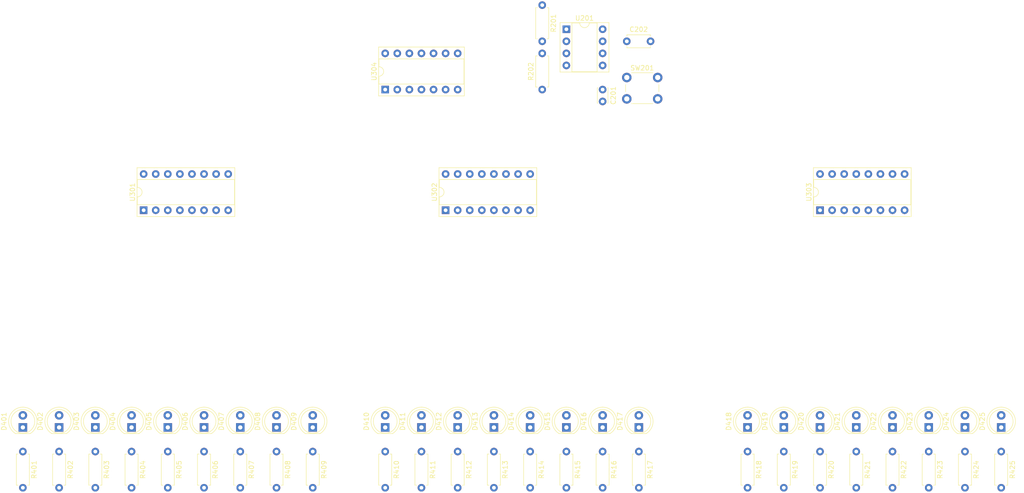
<source format=kicad_pcb>
(kicad_pcb (version 20221018) (generator pcbnew)
  (layers (0 "F.Cu" signal) (31 "B.Cu" signal) (34 "B.Paste" user) (35 "F.Paste" user) (36 "B.SilkS" user "B.Silkscreen") (37 "F.SilkS" user "F.Silkscreen") (38 "B.Mask" user) (39 "F.Mask" user) (44 "Edge.Cuts" user))
  (net 0 "")
  (net 1 "Net-(U201-CV)")
  (net 2 "GND")
  (net 3 "Net-(U201-DIS)")
  (net 4 "Net-(D401-K)")
  (net 6 "Net-(D402-K)")
  (net 8 "Net-(D403-K)")
  (net 10 "Net-(D404-K)")
  (net 12 "Net-(D405-K)")
  (net 14 "Net-(D406-K)")
  (net 16 "Net-(D407-K)")
  (net 18 "Net-(D408-K)")
  (net 20 "Net-(D409-K)")
  (net 22 "Net-(D410-K)")
  (net 24 "Net-(D411-K)")
  (net 26 "Net-(D412-K)")
  (net 28 "Net-(D413-K)")
  (net 30 "Net-(D414-K)")
  (net 32 "Net-(D415-K)")
  (net 34 "Net-(D416-K)")
  (net 36 "Net-(D417-K)")
  (net 38 "Net-(D418-K)")
  (net 40 "Net-(D419-K)")
  (net 42 "Net-(D420-K)")
  (net 44 "Net-(D421-K)")
  (net 46 "Net-(D422-K)")
  (net 48 "Net-(D423-K)")
  (net 50 "Net-(D424-K)")
  (net 52 "Net-(D425-K)")
  (net 54 "+5V")
  (net 55 "Net-(U201-TR)")
  (net 81 "/Clock Signal/CLOCK")
  (net 82 "/Output LEDs/Out5")
  (net 83 "/Output LEDs/Out1")
  (net 84 "/Output LEDs/Out0")
  (net 85 "/Output LEDs/Out2")
  (net 86 "/Output LEDs/Out6")
  (net 87 "/Output LEDs/Out7")
  (net 88 "/Output LEDs/Out3")
  (net 89 "/Output LEDs/Out8")
  (net 90 "Net-(U301-CKEN)")
  (net 92 "Net-(U301-Reset)")
  (net 93 "/Output LEDs/Out13")
  (net 94 "/Output LEDs/Out9")
  (net 95 "Net-(U302-Q0)")
  (net 96 "/Output LEDs/Out10")
  (net 97 "/Output LEDs/Out14")
  (net 98 "/Output LEDs/Out15")
  (net 99 "/Output LEDs/Out11")
  (net 100 "/Output LEDs/Out16")
  (net 101 "/Output LEDs/Out12")
  (net 102 "Net-(U302-CKEN)")
  (net 104 "Net-(U302-CLK)")
  (net 105 "/Output LEDs/Out21")
  (net 106 "/Output LEDs/Out17")
  (net 108 "/Output LEDs/Out18")
  (net 109 "/Output LEDs/Out22")
  (net 110 "/Output LEDs/Out23")
  (net 111 "/Output LEDs/Out19")
  (net 112 "/Output LEDs/Out24")
  (net 113 "/Output LEDs/Out20")
  (net 115 "Net-(U303-CLK)")
  (net 116 "Net-(U304-Pad3)")
  (net 117 "Net-(U304-Pad12)")
  (footprint "Resistor_THT:R_Axial_DIN0207_L6.3mm_D2.5mm_P7.62mm_Horizontal" (layer "F.Cu") (at 33.02 109.22 -90)
    (fp_text reference "R402" (at 3.81 -2.37 90) (layer "F.SilkS"))
    (fp_text value "4k7")
    (pad "1" thru_hole circle (at 0 0 270) (size 1.6 1.6) (drill 0.8) (layers "*.Cu" "*.Mask") (net 6 "Net-(D402-K)"))
    (pad "2" thru_hole oval (at 7.62 0 270) (size 1.6 1.6) (drill 0.8) (layers "*.Cu" "*.Mask"))
  )
  (footprint "LED_THT:LED_D5.0mm" (layer "F.Cu") (at 193.04 104.14 90)
    (fp_text reference "D420" (at 1.27 -3.96 90) (layer "F.SilkS"))
    (fp_text value "LED")
    (pad "1" thru_hole rect (at 0 0 90) (size 1.8 1.8) (drill 0.9) (layers "*.Cu" "*.Mask") (net 42 "Net-(D420-K)"))
    (pad "2" thru_hole circle (at 2.54 0 90) (size 1.8 1.8) (drill 0.9) (layers "*.Cu" "*.Mask"))
  )
  (footprint "LED_THT:LED_D5.0mm" (layer "F.Cu") (at 139.7 104.14 90)
    (fp_text reference "D415" (at 1.27 -3.96 90) (layer "F.SilkS"))
    (fp_text value "LED")
    (pad "1" thru_hole rect (at 0 0 90) (size 1.8 1.8) (drill 0.9) (layers "*.Cu" "*.Mask") (net 32 "Net-(D415-K)"))
    (pad "2" thru_hole circle (at 2.54 0 90) (size 1.8 1.8) (drill 0.9) (layers "*.Cu" "*.Mask"))
  )
  (footprint "LED_THT:LED_D5.0mm" (layer "F.Cu") (at 55.88 104.14 90)
    (fp_text reference "D405" (at 1.27 -3.96 90) (layer "F.SilkS"))
    (fp_text value "LED")
    (pad "1" thru_hole rect (at 0 0 90) (size 1.8 1.8) (drill 0.9) (layers "*.Cu" "*.Mask") (net 12 "Net-(D405-K)"))
    (pad "2" thru_hole circle (at 2.54 0 90) (size 1.8 1.8) (drill 0.9) (layers "*.Cu" "*.Mask"))
  )
  (footprint "Capacitor_THT:C_Disc_D4.7mm_W2.5mm_P5.00mm" (layer "F.Cu") (at 152.4 22.86)
    (fp_text reference "C202" (at 2.5 -2.5) (layer "F.SilkS"))
    (fp_text value "0.1u")
    (pad "1" thru_hole circle (at 0 0) (size 1.6 1.6) (drill 0.8) (layers "*.Cu" "*.Mask") (net 3 "Net-(U201-DIS)"))
    (pad "2" thru_hole circle (at 5 0) (size 1.6 1.6) (drill 0.8) (layers "*.Cu" "*.Mask") (net 2 "GND"))
  )
  (footprint "Resistor_THT:R_Axial_DIN0207_L6.3mm_D2.5mm_P7.62mm_Horizontal" (layer "F.Cu") (at 215.9 109.22 -90)
    (fp_text reference "R423" (at 3.81 -2.37 90) (layer "F.SilkS"))
    (fp_text value "4k7")
    (pad "1" thru_hole circle (at 0 0 270) (size 1.6 1.6) (drill 0.8) (layers "*.Cu" "*.Mask") (net 48 "Net-(D423-K)"))
    (pad "2" thru_hole oval (at 7.62 0 270) (size 1.6 1.6) (drill 0.8) (layers "*.Cu" "*.Mask"))
  )
  (footprint "Resistor_THT:R_Axial_DIN0207_L6.3mm_D2.5mm_P7.62mm_Horizontal" (layer "F.Cu") (at 86.36 109.22 -90)
    (fp_text reference "R409" (at 3.81 -2.37 90) (layer "F.SilkS"))
    (fp_text value "4k7")
    (pad "1" thru_hole circle (at 0 0 270) (size 1.6 1.6) (drill 0.8) (layers "*.Cu" "*.Mask") (net 20 "Net-(D409-K)"))
    (pad "2" thru_hole oval (at 7.62 0 270) (size 1.6 1.6) (drill 0.8) (layers "*.Cu" "*.Mask"))
  )
  (footprint "LED_THT:LED_D5.0mm" (layer "F.Cu") (at 208.28 104.14 90)
    (fp_text reference "D422" (at 1.27 -3.96 90) (layer "F.SilkS"))
    (fp_text value "LED")
    (pad "1" thru_hole rect (at 0 0 90) (size 1.8 1.8) (drill 0.9) (layers "*.Cu" "*.Mask") (net 46 "Net-(D422-K)"))
    (pad "2" thru_hole circle (at 2.54 0 90) (size 1.8 1.8) (drill 0.9) (layers "*.Cu" "*.Mask"))
  )
  (footprint "Package_DIP:DIP-14_W7.62mm_Socket" (layer "F.Cu") (at 101.6 33.02 90)
    (fp_text reference "U304" (at 3.81 -2.33 90) (layer "F.SilkS"))
    (fp_text value "74HC00")
    (pad "1" thru_hole rect (at 0 0 90) (size 1.6 1.6) (drill 0.8) (layers "*.Cu" "*.Mask") (net 90 "Net-(U301-CKEN)"))
    (pad "2" thru_hole oval (at 0 2.54 90) (size 1.6 1.6) (drill 0.8) (layers "*.Cu" "*.Mask") (net 81 "/Clock Signal/CLOCK"))
    (pad "3" thru_hole oval (at 0 5.08 90) (size 1.6 1.6) (drill 0.8) (layers "*.Cu" "*.Mask") (net 116 "Net-(U304-Pad3)"))
    (pad "4" thru_hole oval (at 0 7.62 90) (size 1.6 1.6) (drill 0.8) (layers "*.Cu" "*.Mask") (net 116 "Net-(U304-Pad3)"))
    (pad "5" thru_hole oval (at 0 10.16 90) (size 1.6 1.6) (drill 0.8) (layers "*.Cu" "*.Mask") (net 116 "Net-(U304-Pad3)"))
    (pad "6" thru_hole oval (at 0 12.7 90) (size 1.6 1.6) (drill 0.8) (layers "*.Cu" "*.Mask") (net 104 "Net-(U302-CLK)"))
    (pad "7" thru_hole oval (at 0 15.24 90) (size 1.6 1.6) (drill 0.8) (layers "*.Cu" "*.Mask") (net 2 "GND"))
    (pad "8" thru_hole oval (at 7.62 15.24 90) (size 1.6 1.6) (drill 0.8) (layers "*.Cu" "*.Mask") (net 117 "Net-(U304-Pad12)"))
    (pad "9" thru_hole oval (at 7.62 12.7 90) (size 1.6 1.6) (drill 0.8) (layers "*.Cu" "*.Mask") (net 102 "Net-(U302-CKEN)"))
    (pad "10" thru_hole oval (at 7.62 10.16 90) (size 1.6 1.6) (drill 0.8) (layers "*.Cu" "*.Mask") (net 81 "/Clock Signal/CLOCK"))
    (pad "11" thru_hole oval (at 7.62 7.62 90) (size 1.6 1.6) (drill 0.8) (layers "*.Cu" "*.Mask") (net 115 "Net-(U303-CLK)"))
    (pad "12" thru_hole oval (at 7.62 5.08 90) (size 1.6 1.6) (drill 0.8) (layers "*.Cu" "*.Mask") (net 117 "Net-(U304-Pad12)"))
    (pad "13" thru_hole oval (at 7.62 2.54 90) (size 1.6 1.6) (drill 0.8) (layers "*.Cu" "*.Mask") (net 117 "Net-(U304-Pad12)"))
    (pad "14" thru_hole oval (at 7.62 0 90) (size 1.6 1.6) (drill 0.8) (layers "*.Cu" "*.Mask") (net 54 "+5V"))
  )
  (footprint "Resistor_THT:R_Axial_DIN0207_L6.3mm_D2.5mm_P7.62mm_Horizontal" (layer "F.Cu") (at 147.32 109.22 -90)
    (fp_text reference "R416" (at 3.81 -2.37 90) (layer "F.SilkS"))
    (fp_text value "4k7")
    (pad "1" thru_hole circle (at 0 0 270) (size 1.6 1.6) (drill 0.8) (layers "*.Cu" "*.Mask") (net 34 "Net-(D416-K)"))
    (pad "2" thru_hole oval (at 7.62 0 270) (size 1.6 1.6) (drill 0.8) (layers "*.Cu" "*.Mask"))
  )
  (footprint "Resistor_THT:R_Axial_DIN0207_L6.3mm_D2.5mm_P7.62mm_Horizontal" (layer "F.Cu") (at 134.62 15.24 -90)
    (fp_text reference "R201" (at 3.81 -2.37 90) (layer "F.SilkS"))
    (fp_text value "22k")
    (pad "1" thru_hole circle (at 0 0 270) (size 1.6 1.6) (drill 0.8) (layers "*.Cu" "*.Mask") (net 54 "+5V"))
    (pad "2" thru_hole oval (at 7.62 0 270) (size 1.6 1.6) (drill 0.8) (layers "*.Cu" "*.Mask") (net 55 "Net-(U201-TR)"))
  )
  (footprint "Resistor_THT:R_Axial_DIN0207_L6.3mm_D2.5mm_P7.62mm_Horizontal" (layer "F.Cu") (at 48.26 109.22 -90)
    (fp_text reference "R404" (at 3.81 -2.37 90) (layer "F.SilkS"))
    (fp_text value "4k7")
    (pad "1" thru_hole circle (at 0 0 270) (size 1.6 1.6) (drill 0.8) (layers "*.Cu" "*.Mask") (net 10 "Net-(D404-K)"))
    (pad "2" thru_hole oval (at 7.62 0 270) (size 1.6 1.6) (drill 0.8) (layers "*.Cu" "*.Mask"))
  )
  (footprint "Resistor_THT:R_Axial_DIN0207_L6.3mm_D2.5mm_P7.62mm_Horizontal" (layer "F.Cu") (at 185.42 109.22 -90)
    (fp_text reference "R419" (at 3.81 -2.37 90) (layer "F.SilkS"))
    (fp_text value "4k7")
    (pad "1" thru_hole circle (at 0 0 270) (size 1.6 1.6) (drill 0.8) (layers "*.Cu" "*.Mask") (net 40 "Net-(D419-K)"))
    (pad "2" thru_hole oval (at 7.62 0 270) (size 1.6 1.6) (drill 0.8) (layers "*.Cu" "*.Mask"))
  )
  (footprint "LED_THT:LED_D5.0mm" (layer "F.Cu") (at 147.32 104.14 90)
    (fp_text reference "D416" (at 1.27 -3.96 90) (layer "F.SilkS"))
    (fp_text value "LED")
    (pad "1" thru_hole rect (at 0 0 90) (size 1.8 1.8) (drill 0.9) (layers "*.Cu" "*.Mask") (net 34 "Net-(D416-K)"))
    (pad "2" thru_hole circle (at 2.54 0 90) (size 1.8 1.8) (drill 0.9) (layers "*.Cu" "*.Mask"))
  )
  (footprint "Resistor_THT:R_Axial_DIN0207_L6.3mm_D2.5mm_P7.62mm_Horizontal" (layer "F.Cu") (at 132.08 109.22 -90)
    (fp_text reference "R414" (at 3.81 -2.37 90) (layer "F.SilkS"))
    (fp_text value "4k7")
    (pad "1" thru_hole circle (at 0 0 270) (size 1.6 1.6) (drill 0.8) (layers "*.Cu" "*.Mask") (net 30 "Net-(D414-K)"))
    (pad "2" thru_hole oval (at 7.62 0 270) (size 1.6 1.6) (drill 0.8) (layers "*.Cu" "*.Mask"))
  )
  (footprint "LED_THT:LED_D5.0mm" (layer "F.Cu") (at 48.26 104.14 90)
    (fp_text reference "D404" (at 1.27 -3.96 90) (layer "F.SilkS"))
    (fp_text value "LED")
    (pad "1" thru_hole rect (at 0 0 90) (size 1.8 1.8) (drill 0.9) (layers "*.Cu" "*.Mask") (net 10 "Net-(D404-K)"))
    (pad "2" thru_hole circle (at 2.54 0 90) (size 1.8 1.8) (drill 0.9) (layers "*.Cu" "*.Mask"))
  )
  (footprint "Resistor_THT:R_Axial_DIN0207_L6.3mm_D2.5mm_P7.62mm_Horizontal" (layer "F.Cu") (at 154.94 109.22 -90)
    (fp_text reference "R417" (at 3.81 -2.37 90) (layer "F.SilkS"))
    (fp_text value "4k7")
    (pad "1" thru_hole circle (at 0 0 270) (size 1.6 1.6) (drill 0.8) (layers "*.Cu" "*.Mask") (net 36 "Net-(D417-K)"))
    (pad "2" thru_hole oval (at 7.62 0 270) (size 1.6 1.6) (drill 0.8) (layers "*.Cu" "*.Mask"))
  )
  (footprint "LED_THT:LED_D5.0mm" (layer "F.Cu") (at 71.12 104.14 90)
    (fp_text reference "D407" (at 1.27 -3.96 90) (layer "F.SilkS"))
    (fp_text value "LED")
    (pad "1" thru_hole rect (at 0 0 90) (size 1.8 1.8) (drill 0.9) (layers "*.Cu" "*.Mask") (net 16 "Net-(D407-K)"))
    (pad "2" thru_hole circle (at 2.54 0 90) (size 1.8 1.8) (drill 0.9) (layers "*.Cu" "*.Mask"))
  )
  (footprint "Package_DIP:DIP-16_W7.62mm_Socket" (layer "F.Cu") (at 50.8 58.42 90)
    (fp_text reference "U301" (at 3.81 -2.33 90) (layer "F.SilkS"))
    (fp_text value "4017")
    (pad "1" thru_hole rect (at 0 0 90) (size 1.6 1.6) (drill 0.8) (layers "*.Cu" "*.Mask") (net 82 "/Output LEDs/Out5"))
    (pad "2" thru_hole oval (at 0 2.54 90) (size 1.6 1.6) (drill 0.8) (layers "*.Cu" "*.Mask") (net 83 "/Output LEDs/Out1"))
    (pad "3" thru_hole oval (at 0 5.08 90) (size 1.6 1.6) (drill 0.8) (layers "*.Cu" "*.Mask") (net 84 "/Output LEDs/Out0"))
    (pad "4" thru_hole oval (at 0 7.62 90) (size 1.6 1.6) (drill 0.8) (layers "*.Cu" "*.Mask") (net 85 "/Output LEDs/Out2"))
    (pad "5" thru_hole oval (at 0 10.16 90) (size 1.6 1.6) (drill 0.8) (layers "*.Cu" "*.Mask") (net 86 "/Output LEDs/Out6"))
    (pad "6" thru_hole oval (at 0 12.7 90) (size 1.6 1.6) (drill 0.8) (layers "*.Cu" "*.Mask") (net 87 "/Output LEDs/Out7"))
    (pad "7" thru_hole oval (at 0 15.24 90) (size 1.6 1.6) (drill 0.8) (layers "*.Cu" "*.Mask") (net 88 "/Output LEDs/Out3"))
    (pad "8" thru_hole oval (at 0 17.78 90) (size 1.6 1.6) (drill 0.8) (layers "*.Cu" "*.Mask") (net 2 "GND"))
    (pad "9" thru_hole oval (at 7.62 17.78 90) (size 1.6 1.6) (drill 0.8) (layers "*.Cu" "*.Mask") (net 89 "/Output LEDs/Out8"))
    (pad "10" thru_hole oval (at 7.62 15.24 90) (size 1.6 1.6) (drill 0.8) (layers "*.Cu" "*.Mask") (net 82 "/Output LEDs/Out5"))
    (pad "11" thru_hole oval (at 7.62 12.7 90) (size 1.6 1.6) (drill 0.8) (layers "*.Cu" "*.Mask") (net 90 "Net-(U301-CKEN)"))
    (pad "12" thru_hole oval (at 7.62 10.16 90) (size 1.6 1.6) (drill 0.8) (layers "*.Cu" "*.Mask"))
    (pad "13" thru_hole oval (at 7.62 7.62 90) (size 1.6 1.6) (drill 0.8) (layers "*.Cu" "*.Mask") (net 90 "Net-(U301-CKEN)"))
    (pad "14" thru_hole oval (at 7.62 5.08 90) (size 1.6 1.6) (drill 0.8) (layers "*.Cu" "*.Mask") (net 81 "/Clock Signal/CLOCK"))
    (pad "15" thru_hole oval (at 7.62 2.54 90) (size 1.6 1.6) (drill 0.8) (layers "*.Cu" "*.Mask") (net 92 "Net-(U301-Reset)"))
    (pad "16" thru_hole oval (at 7.62 0 90) (size 1.6 1.6) (drill 0.8) (layers "*.Cu" "*.Mask") (net 54 "+5V"))
  )
  (footprint "Resistor_THT:R_Axial_DIN0207_L6.3mm_D2.5mm_P7.62mm_Horizontal" (layer "F.Cu") (at 134.62 33.02 90)
    (fp_text reference "R202" (at 3.81 -2.37 90) (layer "F.SilkS"))
    (fp_text value "1M")
    (pad "1" thru_hole circle (at 0 0 90) (size 1.6 1.6) (drill 0.8) (layers "*.Cu" "*.Mask") (net 54 "+5V"))
    (pad "2" thru_hole oval (at 7.62 0 90) (size 1.6 1.6) (drill 0.8) (layers "*.Cu" "*.Mask") (net 3 "Net-(U201-DIS)"))
  )
  (footprint "LED_THT:LED_D5.0mm" (layer "F.Cu") (at 78.74 104.14 90)
    (fp_text reference "D408" (at 1.27 -3.96 90) (layer "F.SilkS"))
    (fp_text value "LED")
    (pad "1" thru_hole rect (at 0 0 90) (size 1.8 1.8) (drill 0.9) (layers "*.Cu" "*.Mask") (net 18 "Net-(D408-K)"))
    (pad "2" thru_hole circle (at 2.54 0 90) (size 1.8 1.8) (drill 0.9) (layers "*.Cu" "*.Mask"))
  )
  (footprint "LED_THT:LED_D5.0mm" (layer "F.Cu") (at 33.02 104.14 90)
    (fp_text reference "D402" (at 1.27 -3.96 90) (layer "F.SilkS"))
    (fp_text value "LED")
    (pad "1" thru_hole rect (at 0 0 90) (size 1.8 1.8) (drill 0.9) (layers "*.Cu" "*.Mask") (net 6 "Net-(D402-K)"))
    (pad "2" thru_hole circle (at 2.54 0 90) (size 1.8 1.8) (drill 0.9) (layers "*.Cu" "*.Mask"))
  )
  (footprint "Resistor_THT:R_Axial_DIN0207_L6.3mm_D2.5mm_P7.62mm_Horizontal" (layer "F.Cu") (at 116.84 109.22 -90)
    (fp_text reference "R412" (at 3.81 -2.37 90) (layer "F.SilkS"))
    (fp_text value "4k7")
    (pad "1" thru_hole circle (at 0 0 270) (size 1.6 1.6) (drill 0.8) (layers "*.Cu" "*.Mask") (net 26 "Net-(D412-K)"))
    (pad "2" thru_hole oval (at 7.62 0 270) (size 1.6 1.6) (drill 0.8) (layers "*.Cu" "*.Mask"))
  )
  (footprint "Package_DIP:DIP-8_W7.62mm_Socket" (layer "F.Cu") (at 139.7 20.32)
    (fp_text reference "U201" (at 3.81 -2.33) (layer "F.SilkS"))
    (fp_text value "LM555xM")
    (pad "1" thru_hole rect (at 0 0) (size 1.6 1.6) (drill 0.8) (layers "*.Cu" "*.Mask") (net 2 "GND"))
    (pad "2" thru_hole oval (at 0 2.54) (size 1.6 1.6) (drill 0.8) (layers "*.Cu" "*.Mask") (net 55 "Net-(U201-TR)"))
    (pad "3" thru_hole oval (at 0 5.08) (size 1.6 1.6) (drill 0.8) (layers "*.Cu" "*.Mask") (net 81 "/Clock Signal/CLOCK"))
    (pad "4" thru_hole oval (at 0 7.62) (size 1.6 1.6) (drill 0.8) (layers "*.Cu" "*.Mask") (net 54 "+5V"))
    (pad "5" thru_hole oval (at 7.62 7.62) (size 1.6 1.6) (drill 0.8) (layers "*.Cu" "*.Mask") (net 1 "Net-(U201-CV)"))
    (pad "6" thru_hole oval (at 7.62 5.08) (size 1.6 1.6) (drill 0.8) (layers "*.Cu" "*.Mask") (net 3 "Net-(U201-DIS)"))
    (pad "7" thru_hole oval (at 7.62 2.54) (size 1.6 1.6) (drill 0.8) (layers "*.Cu" "*.Mask") (net 3 "Net-(U201-DIS)"))
    (pad "8" thru_hole oval (at 7.62 0) (size 1.6 1.6) (drill 0.8) (layers "*.Cu" "*.Mask") (net 54 "+5V"))
  )
  (footprint "Resistor_THT:R_Axial_DIN0207_L6.3mm_D2.5mm_P7.62mm_Horizontal" (layer "F.Cu") (at 193.04 109.22 -90)
    (fp_text reference "R420" (at 3.81 -2.37 90) (layer "F.SilkS"))
    (fp_text value "4k7")
    (pad "1" thru_hole circle (at 0 0 270) (size 1.6 1.6) (drill 0.8) (layers "*.Cu" "*.Mask") (net 42 "Net-(D420-K)"))
    (pad "2" thru_hole oval (at 7.62 0 270) (size 1.6 1.6) (drill 0.8) (layers "*.Cu" "*.Mask"))
  )
  (footprint "LED_THT:LED_D5.0mm" (layer "F.Cu") (at 86.36 104.14 90)
    (fp_text reference "D409" (at 1.27 -3.96 90) (layer "F.SilkS"))
    (fp_text value "LED")
    (pad "1" thru_hole rect (at 0 0 90) (size 1.8 1.8) (drill 0.9) (layers "*.Cu" "*.Mask") (net 20 "Net-(D409-K)"))
    (pad "2" thru_hole circle (at 2.54 0 90) (size 1.8 1.8) (drill 0.9) (layers "*.Cu" "*.Mask"))
  )
  (footprint "Resistor_THT:R_Axial_DIN0207_L6.3mm_D2.5mm_P7.62mm_Horizontal" (layer "F.Cu") (at 63.5 109.22 -90)
    (fp_text reference "R406" (at 3.81 -2.37 90) (layer "F.SilkS"))
    (fp_text value "4k7")
    (pad "1" thru_hole circle (at 0 0 270) (size 1.6 1.6) (drill 0.8) (layers "*.Cu" "*.Mask") (net 14 "Net-(D406-K)"))
    (pad "2" thru_hole oval (at 7.62 0 270) (size 1.6 1.6) (drill 0.8) (layers "*.Cu" "*.Mask"))
  )
  (footprint "Resistor_THT:R_Axial_DIN0207_L6.3mm_D2.5mm_P7.62mm_Horizontal" (layer "F.Cu") (at 231.14 109.22 -90)
    (fp_text reference "R425" (at 3.81 -2.37 90) (layer "F.SilkS"))
    (fp_text value "4k7")
    (pad "1" thru_hole circle (at 0 0 270) (size 1.6 1.6) (drill 0.8) (layers "*.Cu" "*.Mask") (net 52 "Net-(D425-K)"))
    (pad "2" thru_hole oval (at 7.62 0 270) (size 1.6 1.6) (drill 0.8) (layers "*.Cu" "*.Mask"))
  )
  (footprint "LED_THT:LED_D5.0mm" (layer "F.Cu") (at 25.4 104.14 90)
    (fp_text reference "D401" (at 1.27 -3.96 90) (layer "F.SilkS"))
    (fp_text value "LED")
    (pad "1" thru_hole rect (at 0 0 90) (size 1.8 1.8) (drill 0.9) (layers "*.Cu" "*.Mask") (net 4 "Net-(D401-K)"))
    (pad "2" thru_hole circle (at 2.54 0 90) (size 1.8 1.8) (drill 0.9) (layers "*.Cu" "*.Mask"))
  )
  (footprint "Resistor_THT:R_Axial_DIN0207_L6.3mm_D2.5mm_P7.62mm_Horizontal" (layer "F.Cu") (at 71.12 109.22 -90)
    (fp_text reference "R407" (at 3.81 -2.37 90) (layer "F.SilkS"))
    (fp_text value "4k7")
    (pad "1" thru_hole circle (at 0 0 270) (size 1.6 1.6) (drill 0.8) (layers "*.Cu" "*.Mask") (net 16 "Net-(D407-K)"))
    (pad "2" thru_hole oval (at 7.62 0 270) (size 1.6 1.6) (drill 0.8) (layers "*.Cu" "*.Mask"))
  )
  (footprint "Button_Switch_THT:SW_PUSH_6mm_H4.3mm" (layer "F.Cu") (at 152.4 30.48)
    (fp_text reference "SW201" (at 3.25 -2) (layer "F.SilkS"))
    (fp_text value "SW_Push")
    (pad "1" thru_hole circle (at 0 0 90) (size 2 2) (drill 1.1) (layers "*.Cu" "*.Mask") (net 55 "Net-(U201-TR)"))
    (pad "1" thru_hole circle (at 6.5 0 90) (size 2 2) (drill 1.1) (layers "*.Cu" "*.Mask") (net 55 "Net-(U201-TR)"))
    (pad "2" thru_hole circle (at 0 4.5 90) (size 2 2) (drill 1.1) (layers "*.Cu" "*.Mask") (net 2 "GND"))
    (pad "2" thru_hole circle (at 6.5 4.5 90) (size 2 2) (drill 1.1) (layers "*.Cu" "*.Mask") (net 2 "GND"))
  )
  (footprint "Package_DIP:DIP-16_W7.62mm_Socket" (layer "F.Cu") (at 193.04 58.42 90)
    (fp_text reference "U303" (at 3.81 -2.33 90) (layer "F.SilkS"))
    (fp_text value "4017")
    (pad "1" thru_hole rect (at 0 0 90) (size 1.6 1.6) (drill 0.8) (layers "*.Cu" "*.Mask") (net 105 "/Output LEDs/Out21"))
    (pad "2" thru_hole oval (at 0 2.54 90) (size 1.6 1.6) (drill 0.8) (layers "*.Cu" "*.Mask") (net 106 "/Output LEDs/Out17"))
    (pad "3" thru_hole oval (at 0 5.08 90) (size 1.6 1.6) (drill 0.8) (layers "*.Cu" "*.Mask"))
    (pad "4" thru_hole oval (at 0 7.62 90) (size 1.6 1.6) (drill 0.8) (layers "*.Cu" "*.Mask") (net 108 "/Output LEDs/Out18"))
    (pad "5" thru_hole oval (at 0 10.16 90) (size 1.6 1.6) (drill 0.8) (layers "*.Cu" "*.Mask") (net 109 "/Output LEDs/Out22"))
    (pad "6" thru_hole oval (at 0 12.7 90) (size 1.6 1.6) (drill 0.8) (layers "*.Cu" "*.Mask") (net 110 "/Output LEDs/Out23"))
    (pad "7" thru_hole oval (at 0 15.24 90) (size 1.6 1.6) (drill 0.8) (layers "*.Cu" "*.Mask") (net 111 "/Output LEDs/Out19"))
    (pad "8" thru_hole oval (at 0 17.78 90) (size 1.6 1.6) (drill 0.8) (layers "*.Cu" "*.Mask") (net 2 "GND"))
    (pad "9" thru_hole oval (at 7.62 17.78 90) (size 1.6 1.6) (drill 0.8) (layers "*.Cu" "*.Mask") (net 112 "/Output LEDs/Out24"))
    (pad "10" thru_hole oval (at 7.62 15.24 90) (size 1.6 1.6) (drill 0.8) (layers "*.Cu" "*.Mask") (net 113 "/Output LEDs/Out20"))
    (pad "11" thru_hole oval (at 7.62 12.7 90) (size 1.6 1.6) (drill 0.8) (layers "*.Cu" "*.Mask") (net 92 "Net-(U301-Reset)"))
    (pad "12" thru_hole oval (at 7.62 10.16 90) (size 1.6 1.6) (drill 0.8) (layers "*.Cu" "*.Mask"))
    (pad "13" thru_hole oval (at 7.62 7.62 90) (size 1.6 1.6) (drill 0.8) (layers "*.Cu" "*.Mask") (net 2 "GND"))
    (pad "14" thru_hole oval (at 7.62 5.08 90) (size 1.6 1.6) (drill 0.8) (layers "*.Cu" "*.Mask") (net 115 "Net-(U303-CLK)"))
    (pad "15" thru_hole oval (at 7.62 2.54 90) (size 1.6 1.6) (drill 0.8) (layers "*.Cu" "*.Mask") (net 95 "Net-(U302-Q0)"))
    (pad "16" thru_hole oval (at 7.62 0 90) (size 1.6 1.6) (drill 0.8) (layers "*.Cu" "*.Mask") (net 54 "+5V"))
  )
  (footprint "LED_THT:LED_D5.0mm" (layer "F.Cu") (at 177.8 104.14 90)
    (fp_text reference "D418" (at 1.27 -3.96 90) (layer "F.SilkS"))
    (fp_text value "LED")
    (pad "1" thru_hole rect (at 0 0 90) (size 1.8 1.8) (drill 0.9) (layers "*.Cu" "*.Mask") (net 38 "Net-(D418-K)"))
    (pad "2" thru_hole circle (at 2.54 0 90) (size 1.8 1.8) (drill 0.9) (layers "*.Cu" "*.Mask"))
  )
  (footprint "LED_THT:LED_D5.0mm" (layer "F.Cu") (at 40.64 104.14 90)
    (fp_text reference "D403" (at 1.27 -3.96 90) (layer "F.SilkS"))
    (fp_text value "LED")
    (pad "1" thru_hole rect (at 0 0 90) (size 1.8 1.8) (drill 0.9) (layers "*.Cu" "*.Mask") (net 8 "Net-(D403-K)"))
    (pad "2" thru_hole circle (at 2.54 0 90) (size 1.8 1.8) (drill 0.9) (layers "*.Cu" "*.Mask"))
  )
  (footprint "Resistor_THT:R_Axial_DIN0207_L6.3mm_D2.5mm_P7.62mm_Horizontal" (layer "F.Cu") (at 139.7 109.22 -90)
    (fp_text reference "R415" (at 3.81 -2.37 90) (layer "F.SilkS"))
    (fp_text value "4k7")
    (pad "1" thru_hole circle (at 0 0 270) (size 1.6 1.6) (drill 0.8) (layers "*.Cu" "*.Mask") (net 32 "Net-(D415-K)"))
    (pad "2" thru_hole oval (at 7.62 0 270) (size 1.6 1.6) (drill 0.8) (layers "*.Cu" "*.Mask"))
  )
  (footprint "Resistor_THT:R_Axial_DIN0207_L6.3mm_D2.5mm_P7.62mm_Horizontal" (layer "F.Cu") (at 223.52 109.22 -90)
    (fp_text reference "R424" (at 3.81 -2.37 90) (layer "F.SilkS"))
    (fp_text value "4k7")
    (pad "1" thru_hole circle (at 0 0 270) (size 1.6 1.6) (drill 0.8) (layers "*.Cu" "*.Mask") (net 50 "Net-(D424-K)"))
    (pad "2" thru_hole oval (at 7.62 0 270) (size 1.6 1.6) (drill 0.8) (layers "*.Cu" "*.Mask"))
  )
  (footprint "Resistor_THT:R_Axial_DIN0207_L6.3mm_D2.5mm_P7.62mm_Horizontal" (layer "F.Cu") (at 124.46 109.22 -90)
    (fp_text reference "R413" (at 3.81 -2.37 90) (layer "F.SilkS"))
    (fp_text value "4k7")
    (pad "1" thru_hole circle (at 0 0 270) (size 1.6 1.6) (drill 0.8) (layers "*.Cu" "*.Mask") (net 28 "Net-(D413-K)"))
    (pad "2" thru_hole oval (at 7.62 0 270) (size 1.6 1.6) (drill 0.8) (layers "*.Cu" "*.Mask"))
  )
  (footprint "LED_THT:LED_D5.0mm" (layer "F.Cu") (at 109.22 104.14 90)
    (fp_text reference "D411" (at 1.27 -3.96 90) (layer "F.SilkS"))
    (fp_text value "LED")
    (pad "1" thru_hole rect (at 0 0 90) (size 1.8 1.8) (drill 0.9) (layers "*.Cu" "*.Mask") (net 24 "Net-(D411-K)"))
    (pad "2" thru_hole circle (at 2.54 0 90) (size 1.8 1.8) (drill 0.9) (layers "*.Cu" "*.Mask"))
  )
  (footprint "LED_THT:LED_D5.0mm" (layer "F.Cu") (at 215.9 104.14 90)
    (fp_text reference "D423" (at 1.27 -3.96 90) (layer "F.SilkS"))
    (fp_text value "LED")
    (pad "1" thru_hole rect (at 0 0 90) (size 1.8 1.8) (drill 0.9) (layers "*.Cu" "*.Mask") (net 48 "Net-(D423-K)"))
    (pad "2" thru_hole circle (at 2.54 0 90) (size 1.8 1.8) (drill 0.9) (layers "*.Cu" "*.Mask"))
  )
  (footprint "LED_THT:LED_D5.0mm" (layer "F.Cu") (at 132.08 104.14 90)
    (fp_text reference "D414" (at 1.27 -3.96 90) (layer "F.SilkS"))
    (fp_text value "LED")
    (pad "1" thru_hole rect (at 0 0 90) (size 1.8 1.8) (drill 0.9) (layers "*.Cu" "*.Mask") (net 30 "Net-(D414-K)"))
    (pad "2" thru_hole circle (at 2.54 0 90) (size 1.8 1.8) (drill 0.9) (layers "*.Cu" "*.Mask"))
  )
  (footprint "Resistor_THT:R_Axial_DIN0207_L6.3mm_D2.5mm_P7.62mm_Horizontal" (layer "F.Cu") (at 101.6 109.22 -90)
    (fp_text reference "R410" (at 3.81 -2.37 90) (layer "F.SilkS"))
    (fp_text value "4k7")
    (pad "1" thru_hole circle (at 0 0 270) (size 1.6 1.6) (drill 0.8) (layers "*.Cu" "*.Mask") (net 22 "Net-(D410-K)"))
    (pad "2" thru_hole oval (at 7.62 0 270) (size 1.6 1.6) (drill 0.8) (layers "*.Cu" "*.Mask"))
  )
  (footprint "LED_THT:LED_D5.0mm" (layer "F.Cu") (at 154.94 104.14 90)
    (fp_text reference "D417" (at 1.27 -3.96 90) (layer "F.SilkS"))
    (fp_text value "LED")
    (pad "1" thru_hole rect (at 0 0 90) (size 1.8 1.8) (drill 0.9) (layers "*.Cu" "*.Mask") (net 36 "Net-(D417-K)"))
    (pad "2" thru_hole circle (at 2.54 0 90) (size 1.8 1.8) (drill 0.9) (layers "*.Cu" "*.Mask"))
  )
  (footprint "Resistor_THT:R_Axial_DIN0207_L6.3mm_D2.5mm_P7.62mm_Horizontal" (layer "F.Cu") (at 78.74 109.22 -90)
    (fp_text reference "R408" (at 3.81 -2.37 90) (layer "F.SilkS"))
    (fp_text value "4k7")
    (pad "1" thru_hole circle (at 0 0 270) (size 1.6 1.6) (drill 0.8) (layers "*.Cu" "*.Mask") (net 18 "Net-(D408-K)"))
    (pad "2" thru_hole oval (at 7.62 0 270) (size 1.6 1.6) (drill 0.8) (layers "*.Cu" "*.Mask"))
  )
  (footprint "Resistor_THT:R_Axial_DIN0207_L6.3mm_D2.5mm_P7.62mm_Horizontal" (layer "F.Cu") (at 25.4 109.22 -90)
    (fp_text reference "R401" (at 3.81 -2.37 90) (layer "F.SilkS"))
    (fp_text value "4k7")
    (pad "1" thru_hole circle (at 0 0 270) (size 1.6 1.6) (drill 0.8) (layers "*.Cu" "*.Mask") (net 4 "Net-(D401-K)"))
    (pad "2" thru_hole oval (at 7.62 0 270) (size 1.6 1.6) (drill 0.8) (layers "*.Cu" "*.Mask"))
  )
  (footprint "LED_THT:LED_D5.0mm" (layer "F.Cu") (at 185.42 104.14 90)
    (fp_text reference "D419" (at 1.27 -3.96 90) (layer "F.SilkS"))
    (fp_text value "LED")
    (pad "1" thru_hole rect (at 0 0 90) (size 1.8 1.8) (drill 0.9) (layers "*.Cu" "*.Mask") (net 40 "Net-(D419-K)"))
    (pad "2" thru_hole circle (at 2.54 0 90) (size 1.8 1.8) (drill 0.9) (layers "*.Cu" "*.Mask"))
  )
  (footprint "LED_THT:LED_D5.0mm" (layer "F.Cu") (at 231.14 104.14 90)
    (fp_text reference "D425" (at 1.27 -3.96 90) (layer "F.SilkS"))
    (fp_text value "LED")
    (pad "1" thru_hole rect (at 0 0 90) (size 1.8 1.8) (drill 0.9) (layers "*.Cu" "*.Mask") (net 52 "Net-(D425-K)"))
    (pad "2" thru_hole circle (at 2.54 0 90) (size 1.8 1.8) (drill 0.9) (layers "*.Cu" "*.Mask"))
  )
  (footprint "Resistor_THT:R_Axial_DIN0207_L6.3mm_D2.5mm_P7.62mm_Horizontal" (layer "F.Cu") (at 200.66 109.22 -90)
    (fp_text reference "R421" (at 3.81 -2.37 90) (layer "F.SilkS"))
    (fp_text value "4k7")
    (pad "1" thru_hole circle (at 0 0 270) (size 1.6 1.6) (drill 0.8) (layers "*.Cu" "*.Mask") (net 44 "Net-(D421-K)"))
    (pad "2" thru_hole oval (at 7.62 0 270) (size 1.6 1.6) (drill 0.8) (layers "*.Cu" "*.Mask"))
  )
  (footprint "LED_THT:LED_D5.0mm" (layer "F.Cu") (at 223.52 104.14 90)
    (fp_text reference "D424" (at 1.27 -3.96 90) (layer "F.SilkS"))
    (fp_text value "LED")
    (pad "1" thru_hole rect (at 0 0 90) (size 1.8 1.8) (drill 0.9) (layers "*.Cu" "*.Mask") (net 50 "Net-(D424-K)"))
    (pad "2" thru_hole circle (at 2.54 0 90) (size 1.8 1.8) (drill 0.9) (layers "*.Cu" "*.Mask"))
  )
  (footprint "LED_THT:LED_D5.0mm" (layer "F.Cu") (at 200.66 104.14 90)
    (fp_text reference "D421" (at 1.27 -3.96 90) (layer "F.SilkS"))
    (fp_text value "LED")
    (pad "1" thru_hole rect (at 0 0 90) (size 1.8 1.8) (drill 0.9) (layers "*.Cu" "*.Mask") (net 44 "Net-(D421-K)"))
    (pad "2" thru_hole circle (at 2.54 0 90) (size 1.8 1.8) (drill 0.9) (layers "*.Cu" "*.Mask"))
  )
  (footprint "Resistor_THT:R_Axial_DIN0207_L6.3mm_D2.5mm_P7.62mm_Horizontal" (layer "F.Cu") (at 177.8 109.22 -90)
    (fp_text reference "R418" (at 3.81 -2.37 90) (layer "F.SilkS"))
    (fp_text value "4k7")
    (pad "1" thru_hole circle (at 0 0 270) (size 1.6 1.6) (drill 0.8) (layers "*.Cu" "*.Mask") (net 38 "Net-(D418-K)"))
    (pad "2" thru_hole oval (at 7.62 0 270) (size 1.6 1.6) (drill 0.8) (layers "*.Cu" "*.Mask"))
  )
  (footprint "Resistor_THT:R_Axial_DIN0207_L6.3mm_D2.5mm_P7.62mm_Horizontal" (layer "F.Cu") (at 109.22 109.22 -90)
    (fp_text reference "R411" (at 3.81 -2.37 90) (layer "F.SilkS"))
    (fp_text value "4k7")
    (pad "1" thru_hole circle (at 0 0 270) (size 1.6 1.6) (drill 0.8) (layers "*.Cu" "*.Mask") (net 24 "Net-(D411-K)"))
    (pad "2" thru_hole oval (at 7.62 0 270) (size 1.6 1.6) (drill 0.8) (layers "*.Cu" "*.Mask"))
  )
  (footprint "Resistor_THT:R_Axial_DIN0207_L6.3mm_D2.5mm_P7.62mm_Horizontal" (layer "F.Cu") (at 40.64 109.22 -90)
    (fp_text reference "R403" (at 3.81 -2.37 90) (layer "F.SilkS"))
    (fp_text value "4k7")
    (pad "1" thru_hole circle (at 0 0 270) (size 1.6 1.6) (drill 0.8) (layers "*.Cu" "*.Mask") (net 8 "Net-(D403-K)"))
    (pad "2" thru_hole oval (at 7.62 0 270) (size 1.6 1.6) (drill 0.8) (layers "*.Cu" "*.Mask"))
  )
  (footprint "LED_THT:LED_D5.0mm" (layer "F.Cu") (at 116.84 104.14 90)
    (fp_text reference "D412" (at 1.27 -3.96 90) (layer "F.SilkS"))
    (fp_text value "LED")
    (pad "1" thru_hole rect (at 0 0 90) (size 1.8 1.8) (drill 0.9) (layers "*.Cu" "*.Mask") (net 26 "Net-(D412-K)"))
    (pad "2" thru_hole circle (at 2.54 0 90) (size 1.8 1.8) (drill 0.9) (layers "*.Cu" "*.Mask"))
  )
  (footprint "Capacitor_THT:C_Disc_D3.0mm_W2.0mm_P2.50mm" (layer "F.Cu") (at 147.32 33.02 -90)
    (fp_text reference "C201" (at 1.25 -2.25 90) (layer "F.SilkS"))
    (fp_text value "10nF")
    (pad "1" thru_hole circle (at 0 0 270) (size 1.6 1.6) (drill 0.8) (layers "*.Cu" "*.Mask") (net 1 "Net-(U201-CV)"))
    (pad "2" thru_hole circle (at 2.5 0 270) (size 1.6 1.6) (drill 0.8) (layers "*.Cu" "*.Mask") (net 2 "GND"))
  )
  (footprint "Package_DIP:DIP-16_W7.62mm_Socket" (layer "F.Cu") (at 114.3 58.42 90)
    (fp_text reference "U302" (at 3.81 -2.33 90) (layer "F.SilkS"))
    (fp_text value "4017")
    (pad "1" thru_hole rect (at 0 0 90) (size 1.6 1.6) (drill 0.8) (layers "*.Cu" "*.Mask") (net 93 "/Output LEDs/Out13"))
    (pad "2" thru_hole oval (at 0 2.54 90) (size 1.6 1.6) (drill 0.8) (layers "*.Cu" "*.Mask") (net 94 "/Output LEDs/Out9"))
    (pad "3" thru_hole oval (at 0 5.08 90) (size 1.6 1.6) (drill 0.8) (layers "*.Cu" "*.Mask") (net 95 "Net-(U302-Q0)"))
    (pad "4" thru_hole oval (at 0 7.62 90) (size 1.6 1.6) (drill 0.8) (layers "*.Cu" "*.Mask") (net 96 "/Output LEDs/Out10"))
    (pad "5" thru_hole oval (at 0 10.16 90) (size 1.6 1.6) (drill 0.8) (layers "*.Cu" "*.Mask") (net 97 "/Output LEDs/Out14"))
    (pad "6" thru_hole oval (at 0 12.7 90) (size 1.6 1.6) (drill 0.8) (layers "*.Cu" "*.Mask") (net 98 "/Output LEDs/Out15"))
    (pad "7" thru_hole oval (at 0 15.24 90) (size 1.6 1.6) (drill 0.8) (layers "*.Cu" "*.Mask") (net 99 "/Output LEDs/Out11"))
    (pad "8" thru_hole oval (at 0 17.78 90) (size 1.6 1.6) (drill 0.8) (layers "*.Cu" "*.Mask") (net 2 "GND"))
    (pad "9" thru_hole oval (at 7.62 17.78 90) (size 1.6 1.6) (drill 0.8) (layers "*.Cu" "*.Mask") (net 100 "/Output LEDs/Out16"))
    (pad "10" thru_hole oval (at 7.62 15.24 90) (size 1.6 1.6) (drill 0.8) (layers "*.Cu" "*.Mask") (net 101 "/Output LEDs/Out12"))
    (pad "11" thru_hole oval (at 7.62 12.7 90) (size 1.6 1.6) (drill 0.8) (layers "*.Cu" "*.Mask") (net 102 "Net-(U302-CKEN)"))
    (pad "12" thru_hole oval (at 7.62 10.16 90) (size 1.6 1.6) (drill 0.8) (layers "*.Cu" "*.Mask"))
    (pad "13" thru_hole oval (at 7.62 7.62 90) (size 1.6 1.6) (drill 0.8) (layers "*.Cu" "*.Mask") (net 102 "Net-(U302-CKEN)"))
    (pad "14" thru_hole oval (at 7.62 5.08 90) (size 1.6 1.6) (drill 0.8) (layers "*.Cu" "*.Mask") (net 104 "Net-(U302-CLK)"))
    (pad "15" thru_hole oval (at 7.62 2.54 90) (size 1.6 1.6) (drill 0.8) (layers "*.Cu" "*.Mask") (net 84 "/Output LEDs/Out0"))
    (pad "16" thru_hole oval (at 7.62 0 90) (size 1.6 1.6) (drill 0.8) (layers "*.Cu" "*.Mask") (net 54 "+5V"))
  )
  (footprint "LED_THT:LED_D5.0mm" (layer "F.Cu") (at 124.46 104.14 90)
    (fp_text reference "D413" (at 1.27 -3.96 90) (layer "F.SilkS"))
    (fp_text value "LED")
    (pad "1" thru_hole rect (at 0 0 90) (size 1.8 1.8) (drill 0.9) (layers "*.Cu" "*.Mask") (net 28 "Net-(D413-K)"))
    (pad "2" thru_hole circle (at 2.54 0 90) (size 1.8 1.8) (drill 0.9) (layers "*.Cu" "*.Mask"))
  )
  (footprint "Resistor_THT:R_Axial_DIN0207_L6.3mm_D2.5mm_P7.62mm_Horizontal" (layer "F.Cu") (at 208.28 109.22 -90)
    (fp_text reference "R422" (at 3.81 -2.37 90) (layer "F.SilkS"))
    (fp_text value "4k7")
    (pad "1" thru_hole circle (at 0 0 270) (size 1.6 1.6) (drill 0.8) (layers "*.Cu" "*.Mask") (net 46 "Net-(D422-K)"))
    (pad "2" thru_hole oval (at 7.62 0 270) (size 1.6 1.6) (drill 0.8) (layers "*.Cu" "*.Mask"))
  )
  (footprint "LED_THT:LED_D5.0mm" (layer "F.Cu") (at 63.5 104.14 90)
    (fp_text reference "D406" (at 1.27 -3.96 90) (layer "F.SilkS"))
    (fp_text value "LED")
    (pad "1" thru_hole rect (at 0 0 90) (size 1.8 1.8) (drill 0.9) (layers "*.Cu" "*.Mask") (net 14 "Net-(D406-K)"))
    (pad "2" thru_hole circle (at 2.54 0 90) (size 1.8 1.8) (drill 0.9) (layers "*.Cu" "*.Mask"))
  )
  (footprint "Resistor_THT:R_Axial_DIN0207_L6.3mm_D2.5mm_P7.62mm_Horizontal" (layer "F.Cu") (at 55.88 109.22 -90)
    (fp_text reference "R405" (at 3.81 -2.37 90) (layer "F.SilkS"))
    (fp_text value "4k7")
    (pad "1" thru_hole circle (at 0 0 270) (size 1.6 1.6) (drill 0.8) (layers "*.Cu" "*.Mask") (net 12 "Net-(D405-K)"))
    (pad "2" thru_hole oval (at 7.62 0 270) (size 1.6 1.6) (drill 0.8) (layers "*.Cu" "*.Mask"))
  )
  (footprint "LED_THT:LED_D5.0mm" (layer "F.Cu") (at 101.6 104.14 90)
    (fp_text reference "D410" (at 1.27 -3.96 90) (layer "F.SilkS"))
    (fp_text value "LED")
    (pad "1" thru_hole rect (at 0 0 90) (size 1.8 1.8) (drill 0.9) (layers "*.Cu" "*.Mask") (net 22 "Net-(D410-K)"))
    (pad "2" thru_hole circle (at 2.54 0 90) (size 1.8 1.8) (drill 0.9) (layers "*.Cu" "*.Mask"))
  )
)
</source>
